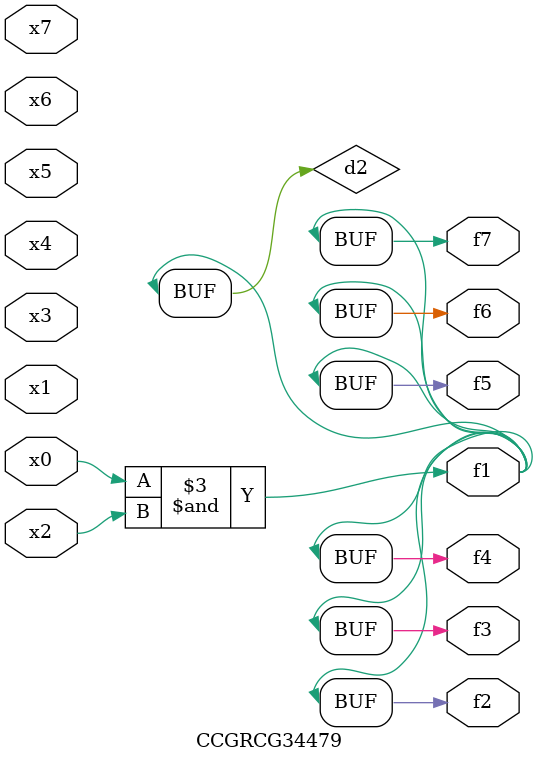
<source format=v>
module CCGRCG34479(
	input x0, x1, x2, x3, x4, x5, x6, x7,
	output f1, f2, f3, f4, f5, f6, f7
);

	wire d1, d2;

	nor (d1, x3, x6);
	and (d2, x0, x2);
	assign f1 = d2;
	assign f2 = d2;
	assign f3 = d2;
	assign f4 = d2;
	assign f5 = d2;
	assign f6 = d2;
	assign f7 = d2;
endmodule

</source>
